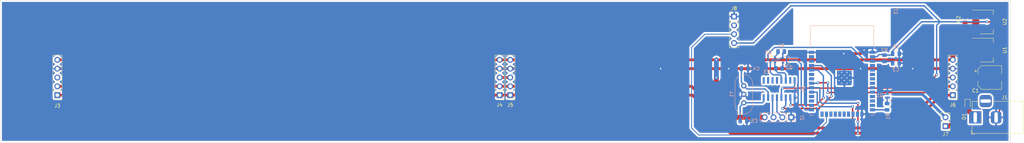
<source format=kicad_pcb>
(kicad_pcb (version 20211014) (generator pcbnew)
  (title_block (title "Display_Led") (date "2022-08-20") (rev "1"))
  (layers (0 "F.Cu" signal) (31 "B.Cu" signal) (34 "B.Paste" user) (35 "F.Paste" user) (36 "B.SilkS" user "B.Silkscreen") (37 "F.SilkS" user "F.Silkscreen") (38 "B.Mask" user) (39 "F.Mask" user) (44 "Edge.Cuts" user))
  (net 0 "")
  (net 1 "Net-(Q1-Pad1)")
  (net 2 "+3.3V")
  (net 9 "Earth")
  (net 10 "12v")
  (net 11 "+5V")
  (net 12 "RST")
  (net 13 "Net-(D1-Pad2)")
  (net 14 "RX")
  (net 15 "TX")
  (net 16 "DATA")
  (net 21 "Net-(R1-Pad1)")
  (net 22 "EN")
  (net 23 "Net-(Q2-Pad1)")
  (net 24 "DTR")
  (net 25 "Net-(Q3-Pad1)")
  (net 33 "SPI_CS")
  (net 34 "SPI_CLK")
  (net 35 "SPI_DO")
  (net 37 "100")
  (net 45 "D+")
  (net 46 "D-")
  (net 47 "Net-(C4-Pad1)")
  (net 48 "Net-(C5-Pad1)")
  (net 51 "Net-(J4-Pad3)")
  (net 52 "Net-(J7-Pad2)")
  (footprint "Package_TO_SOT_SMD:SOT-223" (layer "F.Cu") (at 346.106 128.27)
    (fp_text reference "U1" (at 5.176 0 90) (layer "F.SilkS"))
    (fp_text value "LM7805")
    (fp_line (start 1.91 3.41) (end 1.91 2.15) (layer "F.SilkS") (width 0.12))
    (fp_line (start 1.91 -3.41) (end 1.91 -2.15) (layer "F.SilkS") (width 0.12))
    (fp_line (start -1.85 3.41) (end 1.91 3.41) (layer "F.SilkS") (width 0.12))
    (fp_line (start -4.1 -3.41) (end 1.91 -3.41) (layer "F.SilkS") (width 0.12))
    (pad "1" smd rect (at -3.15 -2.3) (size 2 1.5) (layers "F.Cu" "F.Paste" "F.Mask") (net 10 "12v"))
    (pad "2" smd rect (at -3.15 0) (size 2 1.5) (layers "F.Cu" "F.Paste" "F.Mask") (net 9 "Earth"))
    (pad "3" smd rect (at -3.15 2.3) (size 2 1.5) (layers "F.Cu" "F.Paste" "F.Mask") (net 11 "+5V"))
    (pad "4" smd rect (at 3.15 0) (size 2 3.8) (layers "F.Cu" "F.Paste" "F.Mask"))
  )
  (footprint "Capacitor_SMD:C_0805_2012Metric" (layer "F.Cu") (at 339.852 119.38 90)
    (fp_text reference "C2" (at -0.02 -1.85 90) (layer "F.SilkS"))
    (fp_text value "470pf" hide)
    (fp_line (start -0.261252 -0.735) (end 0.261252 -0.735) (layer "F.SilkS") (width 0.12))
    (fp_line (start -0.261252 0.735) (end 0.261252 0.735) (layer "F.SilkS") (width 0.12))
    (pad "1" smd roundrect (at -0.95 0 90) (size 1 1.45) (layers "F.Cu" "F.Paste" "F.Mask") (net 2 "+3.3V"))
    (pad "2" smd roundrect (at 0.95 0 90) (size 1 1.45) (layers "F.Cu" "F.Paste" "F.Mask") (net 9 "Earth"))
  )
  (footprint "Capacitor_SMD:CP_Elec_6.3x5.4" (layer "F.Cu") (at 346.964 136.144)
    (fp_text reference "C1" (at -4.08 3.78) (layer "F.SilkS"))
    (fp_text value "100uf 25v")
    (fp_line (start -3.41 2.345563) (end -3.41 1.06) (layer "F.SilkS") (width 0.12))
    (fp_line (start -3.41 2.345563) (end -2.345563 3.41) (layer "F.SilkS") (width 0.12))
    (fp_line (start -2.345563 -3.41) (end 3.41 -3.41) (layer "F.SilkS") (width 0.12))
    (fp_line (start -4.04375 -2.24125) (end -4.04375 -1.45375) (layer "F.SilkS") (width 0.12))
    (fp_line (start -3.41 -2.345563) (end -2.345563 -3.41) (layer "F.SilkS") (width 0.12))
    (fp_line (start -3.41 -2.345563) (end -3.41 -1.06) (layer "F.SilkS") (width 0.12))
    (fp_line (start -4.4375 -1.8475) (end -3.65 -1.8475) (layer "F.SilkS") (width 0.12))
    (fp_line (start 3.41 -3.41) (end 3.41 -1.06) (layer "F.SilkS") (width 0.12))
    (fp_line (start 3.41 3.41) (end 3.41 1.06) (layer "F.SilkS") (width 0.12))
    (fp_line (start -2.345563 3.41) (end 3.41 3.41) (layer "F.SilkS") (width 0.12))
    (pad "1" smd roundrect (at -2.8 0) (size 3.5 1.6) (layers "F.Cu" "F.Paste" "F.Mask") (roundrect_rratio 0.15625) (net 10 "12v"))
    (pad "2" smd roundrect (at 2.8 0) (size 3.5 1.6) (layers "F.Cu" "F.Paste" "F.Mask") (roundrect_rratio 0.15625) (net 9 "Earth"))
  )
  (footprint "Package_TO_SOT_SMD:SOT-223-3_TabPin2" (layer "F.Cu") (at 346.106 120.202)
    (fp_text reference "U2" (at 5.176 -0.06 90) (layer "F.SilkS"))
    (fp_text value "AMS1117-3.3")
    (fp_line (start 1.91 3.41) (end 1.91 2.15) (layer "F.SilkS") (width 0.12))
    (fp_line (start -1.85 3.41) (end 1.91 3.41) (layer "F.SilkS") (width 0.12))
    (fp_line (start -4.1 -3.41) (end 1.91 -3.41) (layer "F.SilkS") (width 0.12))
    (fp_line (start 1.91 -3.41) (end 1.91 -2.15) (layer "F.SilkS") (width 0.12))
    (pad "1" smd rect (at -3.15 -2.3) (size 2 1.5) (layers "F.Cu" "F.Paste" "F.Mask") (net 9 "Earth"))
    (pad "2" smd rect (at 3.15 0) (size 2 3.8) (layers "F.Cu" "F.Paste" "F.Mask") (net 2 "+3.3V"))
    (pad "2" smd rect (at -3.15 0) (size 2 1.5) (layers "F.Cu" "F.Paste" "F.Mask") (net 2 "+3.3V"))
    (pad "3" smd rect (at -3.15 2.3) (size 2 1.5) (layers "F.Cu" "F.Paste" "F.Mask") (net 11 "+5V"))
  )
  (footprint "Connector_PinHeader_2.54mm:PinHeader_1x04_P2.54mm_Vertical" (layer "F.Cu") (at 273.558 118.628)
    (fp_text reference "J8" (at 0 -2.33) (layer "F.SilkS"))
    (fp_text value "Conn_01x04")
    (fp_line (start -1.33 1.27) (end 1.33 1.27) (layer "F.SilkS") (width 0.12))
    (fp_line (start 1.33 1.27) (end 1.33 8.95) (layer "F.SilkS") (width 0.12))
    (fp_line (start -1.33 0) (end -1.33 -1.33) (layer "F.SilkS") (width 0.12))
    (fp_line (start -1.33 8.95) (end 1.33 8.95) (layer "F.SilkS") (width 0.12))
    (fp_line (start -1.33 -1.33) (end 0 -1.33) (layer "F.SilkS") (width 0.12))
    (fp_line (start -1.33 1.27) (end -1.33 8.95) (layer "F.SilkS") (width 0.12))
    (pad "1" thru_hole rect (at 0 0) (size 1.7 1.7) (drill 1) (layers *.Cu *.Mask) (net 9 "Earth"))
    (pad "2" thru_hole oval (at 0 2.54) (size 1.7 1.7) (drill 1) (layers *.Cu *.Mask))
    (pad "3" thru_hole oval (at 0 5.08) (size 1.7 1.7) (drill 1) (layers *.Cu *.Mask) (net 16 "DATA"))
    (pad "4" thru_hole oval (at 0 7.62) (size 1.7 1.7) (drill 1) (layers *.Cu *.Mask) (net 2 "+3.3V"))
  )
  (footprint "Connector_PinHeader_2.54mm:PinHeader_1x05_P2.54mm_Vertical" (layer "F.Cu") (at 79.248 141.219 180)
    (fp_text reference "J3" (at 0 -3.053) (layer "F.SilkS"))
    (fp_text value "Conn_01x05")
    (fp_line (start -1.33 -1.33) (end 0 -1.33) (layer "F.SilkS") (width 0.12))
    (fp_line (start -1.33 11.49) (end 1.33 11.49) (layer "F.SilkS") (width 0.12))
    (fp_line (start 1.33 1.27) (end 1.33 11.49) (layer "F.SilkS") (width 0.12))
    (fp_line (start -1.33 0) (end -1.33 -1.33) (layer "F.SilkS") (width 0.12))
    (fp_line (start -1.33 1.27) (end -1.33 11.49) (layer "F.SilkS") (width 0.12))
    (fp_line (start -1.33 1.27) (end 1.33 1.27) (layer "F.SilkS") (width 0.12))
    (pad "1" thru_hole rect (at 0 0 180) (size 1.7 1.7) (drill 1) (layers *.Cu *.Mask) (net 34 "SPI_CLK"))
    (pad "2" thru_hole oval (at 0 2.54 180) (size 1.7 1.7) (drill 1) (layers *.Cu *.Mask) (net 33 "SPI_CS"))
    (pad "3" thru_hole oval (at 0 5.08 180) (size 1.7 1.7) (drill 1) (layers *.Cu *.Mask))
    (pad "4" thru_hole oval (at 0 7.62 180) (size 1.7 1.7) (drill 1) (layers *.Cu *.Mask) (net 9 "Earth"))
    (pad "5" thru_hole oval (at 0 10.16 180) (size 1.7 1.7) (drill 1) (layers *.Cu *.Mask) (net 11 "+5V"))
  )
  (footprint "Connector_BarrelJack:BarrelJack_Horizontal" (layer "F.Cu") (at 342.8 147.6 180)
    (fp_text reference "J1" (at -8.45 5.75) (layer "F.SilkS"))
    (fp_text value "Jack-DC")
    (fp_line (start -13.8 4.6) (end -13.8 -4.6) (layer "F.SilkS") (width 0.12))
    (fp_line (start -13.8 -4.6) (end 0.9 -4.6) (layer "F.SilkS") (width 0.12))
    (fp_line (start -5 4.6) (end -13.8 4.6) (layer "F.SilkS") (width 0.12))
    (fp_line (start 0.9 4.6) (end -1 4.6) (layer "F.SilkS") (width 0.12))
    (fp_line (start 0.9 1.9) (end 0.9 4.6) (layer "F.SilkS") (width 0.12))
    (fp_line (start 0.9 -4.6) (end 0.9 -2) (layer "F.SilkS") (width 0.12))
    (fp_line (start 1.1 -3.75) (end 1.1 -4.8) (layer "F.SilkS") (width 0.12))
    (fp_line (start 0.05 -4.8) (end 1.1 -4.8) (layer "F.SilkS") (width 0.12))
    (pad "1" thru_hole rect (at 0 0 180) (size 3.5 3.5) (drill oval 1 3) (layers *.Cu *.Mask) (net 13 "Net-(D1-Pad2)"))
    (pad "2" thru_hole roundrect (at -6 0 180) (size 3 3.5) (drill oval 1 3) (layers *.Cu *.Mask) (net 9 "Earth"))
    (pad "3" thru_hole roundrect (at -3 4.7 180) (size 3.5 3.5) (drill oval 3 1) (layers *.Cu *.Mask))
  )
  (footprint "Connector_PinHeader_2.54mm:PinHeader_1x05_P2.54mm_Vertical" (layer "F.Cu") (at 206.248 141.219 180)
    (fp_text reference "J4" (at 0 -2.799) (layer "F.SilkS"))
    (fp_text value "Conn_01x05")
    (fp_line (start -1.33 1.27) (end 1.33 1.27) (layer "F.SilkS") (width 0.12))
    (fp_line (start -1.33 -1.33) (end 0 -1.33) (layer "F.SilkS") (width 0.12))
    (fp_line (start -1.33 0) (end -1.33 -1.33) (layer "F.SilkS") (width 0.12))
    (fp_line (start -1.33 11.49) (end 1.33 11.49) (layer "F.SilkS") (width 0.12))
    (fp_line (start 1.33 1.27) (end 1.33 11.49) (layer "F.SilkS") (width 0.12))
    (fp_line (start -1.33 1.27) (end -1.33 11.49) (layer "F.SilkS") (width 0.12))
    (pad "1" thru_hole rect (at 0 0 180) (size 1.7 1.7) (drill 1) (layers *.Cu *.Mask) (net 34 "SPI_CLK"))
    (pad "2" thru_hole oval (at 0 2.54 180) (size 1.7 1.7) (drill 1) (layers *.Cu *.Mask) (net 33 "SPI_CS"))
    (pad "3" thru_hole oval (at 0 5.08 180) (size 1.7 1.7) (drill 1) (layers *.Cu *.Mask) (net 51 "Net-(J4-Pad3)"))
    (pad "4" thru_hole oval (at 0 7.62 180) (size 1.7 1.7) (drill 1) (layers *.Cu *.Mask) (net 9 "Earth"))
    (pad "5" thru_hole oval (at 0 10.16 180) (size 1.7 1.7) (drill 1) (layers *.Cu *.Mask) (net 11 "+5V"))
  )
  (footprint "Connector_PinHeader_2.54mm:PinHeader_1x02_P2.54mm_Vertical" (layer "F.Cu") (at 334.264 150.119 180)
    (fp_text reference "J7" (at 0 -2.33) (layer "F.SilkS"))
    (fp_text value "Conn_01x02")
    (fp_line (start 1.33 1.27) (end 1.33 3.87) (layer "F.SilkS") (width 0.12))
    (fp_line (start -1.33 1.27) (end -1.33 3.87) (layer "F.SilkS") (width 0.12))
    (fp_line (start -1.33 1.27) (end 1.33 1.27) (layer "F.SilkS") (width 0.12))
    (fp_line (start -1.33 -1.33) (end 0 -1.33) (layer "F.SilkS") (width 0.12))
    (fp_line (start -1.33 3.87) (end 1.33 3.87) (layer "F.SilkS") (width 0.12))
    (fp_line (start -1.33 0) (end -1.33 -1.33) (layer "F.SilkS") (width 0.12))
    (pad "1" thru_hole rect (at 0 0 180) (size 1.7 1.7) (drill 1) (layers *.Cu *.Mask) (net 10 "12v"))
    (pad "2" thru_hole oval (at 0 2.54 180) (size 1.7 1.7) (drill 1) (layers *.Cu *.Mask) (net 52 "Net-(J7-Pad2)"))
  )
  (footprint "Connector_PinHeader_2.54mm:PinHeader_1x05_P2.54mm_Vertical" (layer "F.Cu") (at 336.36 141.219 180)
    (fp_text reference "J6" (at 0 -2.799) (layer "F.SilkS"))
    (fp_text value "Conn_01x05")
    (fp_line (start 1.33 1.27) (end 1.33 11.49) (layer "F.SilkS") (width 0.12))
    (fp_line (start -1.33 0) (end -1.33 -1.33) (layer "F.SilkS") (width 0.12))
    (fp_line (start -1.33 -1.33) (end 0 -1.33) (layer "F.SilkS") (width 0.12))
    (fp_line (start -1.33 1.27) (end -1.33 11.49) (layer "F.SilkS") (width 0.12))
    (fp_line (start -1.33 1.27) (end 1.33 1.27) (layer "F.SilkS") (width 0.12))
    (fp_line (start -1.33 11.49) (end 1.33 11.49) (layer "F.SilkS") (width 0.12))
    (pad "1" thru_hole rect (at 0 0 180) (size 1.7 1.7) (drill 1) (layers *.Cu *.Mask) (net 34 "SPI_CLK"))
    (pad "2" thru_hole oval (at 0 2.54 180) (size 1.7 1.7) (drill 1) (layers *.Cu *.Mask) (net 33 "SPI_CS"))
    (pad "3" thru_hole oval (at 0 5.08 180) (size 1.7 1.7) (drill 1) (layers *.Cu *.Mask) (net 35 "SPI_DO"))
    (pad "4" thru_hole oval (at 0 7.62 180) (size 1.7 1.7) (drill 1) (layers *.Cu *.Mask) (net 9 "Earth"))
    (pad "5" thru_hole oval (at 0 10.16 180) (size 1.7 1.7) (drill 1) (layers *.Cu *.Mask) (net 11 "+5V"))
  )
  (footprint "Connector_PinHeader_2.54mm:PinHeader_1x05_P2.54mm_Vertical" (layer "F.Cu") (at 209.296 141.219 180)
    (fp_text reference "J5" (at 0 -2.799) (layer "F.SilkS"))
    (fp_text value "Conn_01x05")
    (fp_line (start -1.33 1.27) (end 1.33 1.27) (layer "F.SilkS") (width 0.12))
    (fp_line (start -1.33 11.49) (end 1.33 11.49) (layer "F.SilkS") (width 0.12))
    (fp_line (start -1.33 -1.33) (end 0 -1.33) (layer "F.SilkS") (width 0.12))
    (fp_line (start 1.33 1.27) (end 1.33 11.49) (layer "F.SilkS") (width 0.12))
    (fp_line (start -1.33 0) (end -1.33 -1.33) (layer "F.SilkS") (width 0.12))
    (fp_line (start -1.33 1.27) (end -1.33 11.49) (layer "F.SilkS") (width 0.12))
    (pad "1" thru_hole rect (at 0 0 180) (size 1.7 1.7) (drill 1) (layers *.Cu *.Mask) (net 34 "SPI_CLK"))
    (pad "2" thru_hole oval (at 0 2.54 180) (size 1.7 1.7) (drill 1) (layers *.Cu *.Mask) (net 33 "SPI_CS"))
    (pad "3" thru_hole oval (at 0 5.08 180) (size 1.7 1.7) (drill 1) (layers *.Cu *.Mask) (net 51 "Net-(J4-Pad3)"))
    (pad "4" thru_hole oval (at 0 7.62 180) (size 1.7 1.7) (drill 1) (layers *.Cu *.Mask) (net 9 "Earth"))
    (pad "5" thru_hole oval (at 0 10.16 180) (size 1.7 1.7) (drill 1) (layers *.Cu *.Mask) (net 11 "+5V"))
  )
  (footprint "Diode_SMD:D_MicroMELF" (layer "F.Cu") (at 340.614 143.764 -90)
    (fp_text reference "D1" (at 3.556 1.016 90) (layer "F.SilkS"))
    (fp_text value "1N4007")
    (fp_line (start -1.36 -0.78) (end -1.36 0.78) (layer "F.SilkS") (width 0.12))
    (fp_line (start 0.8 -0.78) (end -1.36 -0.78) (layer "F.SilkS") (width 0.12))
    (fp_line (start -1.36 0.78) (end 0.8 0.78) (layer "F.SilkS") (width 0.12))
    (pad "1" smd rect (at -0.8 0 270) (size 0.8 1.2) (layers "F.Cu" "F.Paste" "F.Mask") (net 10 "12v"))
    (pad "2" smd rect (at 0.8 0 270) (size 0.8 1.2) (layers "F.Cu" "F.Paste" "F.Mask") (net 13 "Net-(D1-Pad2)"))
  )
  (footprint "Resistor_SMD:R_0805_2012Metric" (layer "B.Cu") (at 316.748 130.618 90)
    (fp_text reference "R2" (at 2.348 -0.01) (layer "B.SilkS") (effects (justify mirror)))
    (fp_text value "10k")
    (fp_line (start -0.227064 -0.735) (end 0.227064 -0.735) (layer "B.SilkS") (width 0.12))
    (fp_line (start -0.227064 0.735) (end 0.227064 0.735) (layer "B.SilkS") (width 0.12))
    (pad "1" smd roundrect (at -0.9125 0 90) (size 1.025 1.4) (layers "B.Cu" "B.Paste" "B.Mask") (roundrect_rratio 0.243902439) (net 22 "EN"))
    (pad "2" smd roundrect (at 0.9125 0 90) (size 1.025 1.4) (layers "B.Cu" "B.Paste" "B.Mask") (roundrect_rratio 0.243902439) (net 2 "+3.3V"))
  )
  (footprint "Capacitor_SMD:C_0805_2012Metric" (layer "B.Cu") (at 276.606 133.604)
    (fp_text reference "C4" (at 3.302 0) (layer "B.SilkS") (effects (justify mirror)))
    (fp_text value "0,01pf")
    (fp_line (start -0.261252 0.735) (end 0.261252 0.735) (layer "B.SilkS") (width 0.12))
    (fp_line (start -0.261252 -0.735) (end 0.261252 -0.735) (layer "B.SilkS") (width 0.12))
    (pad "1" smd roundrect (at -0.95 0) (size 1 1.45) (layers "B.Cu" "B.Paste" "B.Mask") (net 47 "Net-(C4-Pad1)"))
    (pad "2" smd roundrect (at 0.95 0) (size 1 1.45) (layers "B.Cu" "B.Paste" "B.Mask") (net 9 "Earth"))
  )
  (footprint "Crystal:Crystal_HC49-U-3Pin_Vertical" (layer "B.Cu") (at 276.352 138.52 -90)
    (fp_text reference "Y1" (at 2.44 3.525 90) (layer "B.SilkS") (effects (justify mirror)))
    (fp_text value "Crystal_GND2_Small")
    (fp_line (start -0.685 2.525) (end 5.565 2.525) (layer "B.SilkS") (width 0.12))
    (fp_line (start -0.685 -2.525) (end 5.565 -2.525) (layer "B.SilkS") (width 0.12))
    (fp_arc (start 5.565 -2.525) (mid 8.09 0) (end 5.565 2.525) (layer "B.SilkS") (width 0.12))
    (fp_arc (start -0.685 2.525) (mid -3.21 0) (end -0.685 -2.525) (layer "B.SilkS") (width 0.12))
    (pad "1" thru_hole circle (at 0 0 270) (size 1.5 1.5) (drill 0.8) (layers *.Cu *.Mask) (net 47 "Net-(C4-Pad1)"))
    (pad "2" thru_hole circle (at 2.44 0 270) (size 1.5 1.5) (drill 0.8) (layers *.Cu *.Mask) (net 9 "Earth"))
    (pad "3" thru_hole circle (at 4.88 0 270) (size 1.5 1.5) (drill 0.8) (layers *.Cu *.Mask) (net 48 "Net-(C5-Pad1)"))
  )
  (footprint "Connector_PinHeader_2.54mm:PinHeader_1x04_P2.54mm_Vertical" (layer "B.Cu") (at 289.972 147.574 90)
    (fp_text reference "J2" (at 0 3.144 90) (layer "B.SilkS") (effects (justify mirror)))
    (fp_text value "Conn_01x04")
    (fp_line (start 1.33 -1.27) (end 1.33 -8.95) (layer "B.SilkS") (width 0.12))
    (fp_line (start -1.33 -1.27) (end 1.33 -1.27) (layer "B.SilkS") (width 0.12))
    (fp_line (start -1.33 -1.27) (end -1.33 -8.95) (layer "B.SilkS") (width 0.12))
    (fp_line (start -1.33 0) (end -1.33 1.33) (layer "B.SilkS") (width 0.12))
    (fp_line (start -1.33 1.33) (end 0 1.33) (layer "B.SilkS") (width 0.12))
    (fp_line (start -1.33 -8.95) (end 1.33 -8.95) (layer "B.SilkS") (width 0.12))
    (pad "1" thru_hole rect (at 0 0 90) (size 1.7 1.7) (drill 1) (layers *.Cu *.Mask) (net 9 "Earth"))
    (pad "2" thru_hole oval (at 0 -2.54 90) (size 1.7 1.7) (drill 1) (layers *.Cu *.Mask) (net 45 "D+"))
    (pad "3" thru_hole oval (at 0 -5.08 90) (size 1.7 1.7) (drill 1) (layers *.Cu *.Mask) (net 46 "D-"))
    (pad "4" thru_hole oval (at 0 -7.62 90) (size 1.7 1.7) (drill 1) (layers *.Cu *.Mask) (net 11 "+5V"))
  )
  (footprint "Capacitor_SMD:C_0805_2012Metric" (layer "B.Cu") (at 276.266 148.624)
    (fp_text reference "C5" (at 3.134 -0.034) (layer "B.SilkS") (effects (justify mirror)))
    (fp_text value "0,01pf")
    (fp_line (start -0.261252 -0.735) (end 0.261252 -0.735) (layer "B.SilkS") (width 0.12))
    (fp_line (start -0.261252 0.735) (end 0.261252 0.735) (layer "B.SilkS") (width 0.12))
    (pad "1" smd roundrect (at -0.95 0) (size 1 1.45) (layers "B.Cu" "B.Paste" "B.Mask") (net 48 "Net-(C5-Pad1)"))
    (pad "2" smd roundrect (at 0.95 0) (size 1 1.45) (layers "B.Cu" "B.Paste" "B.Mask") (net 9 "Earth"))
  )
  (footprint "Package_TO_SOT_SMD:SOT-23" (layer "B.Cu") (at 318.516 140.97)
    (fp_text reference "Q1" (at -3.048 0.254) (layer "B.SilkS") (effects (justify mirror)))
    (fp_text value "BC848")
    (fp_line (start 0 1.56) (end 0.65 1.56) (layer "B.SilkS") (width 0.12))
    (fp_line (start 0 1.56) (end -1.675 1.56) (layer "B.SilkS") (width 0.12))
    (fp_line (start 0 -1.56) (end -0.65 -1.56) (layer "B.SilkS") (width 0.12))
    (fp_line (start 0 -1.56) (end 0.65 -1.56) (layer "B.SilkS") (width 0.12))
    (pad "1" smd roundrect (at -0.9375 0.95) (size 1.475 0.6) (layers "B.Cu" "B.Paste" "B.Mask") (net 1 "Net-(Q1-Pad1)"))
    (pad "2" smd roundrect (at -0.9375 -0.95) (size 1.475 0.6) (layers "B.Cu" "B.Paste" "B.Mask") (net 9 "Earth"))
    (pad "3" smd roundrect (at 0.9375 0) (size 1.475 0.6) (layers "B.Cu" "B.Paste" "B.Mask") (net 52 "Net-(J7-Pad2)"))
  )
  (footprint "Resistor_SMD:R_0805_2012Metric" (layer "B.Cu") (at 286.458 133.53)
    (fp_text reference "R3" (at -3.43 1.016 180) (layer "B.SilkS") (effects (justify mirror)))
    (fp_text value "10k")
    (fp_line (start -0.227064 0.735) (end 0.227064 0.735) (layer "B.SilkS") (width 0.12))
    (fp_line (start -0.227064 -0.735) (end 0.227064 -0.735) (layer "B.SilkS") (width 0.12))
    (pad "1" smd roundrect (at -0.9125 0) (size 1.025 1.4) (layers "B.Cu" "B.Paste" "B.Mask") (roundrect_rratio 0.243902439) (net 12 "RST"))
    (pad "2" smd roundrect (at 0.9125 0) (size 1.025 1.4) (layers "B.Cu" "B.Paste" "B.Mask") (roundrect_rratio 0.243902439) (net 23 "Net-(Q2-Pad1)"))
  )
  (footprint "Package_TO_SOT_SMD:SOT-323_SC-70" (layer "B.Cu") (at 284.298 131.116 180)
    (fp_text reference "Q3" (at 0.868 2.154) (layer "B.SilkS") (effects (justify mirror)))
    (fp_text value "2SC4213")
    (fp_line (start 0.73 1.16) (end 0.73 0.5) (layer "B.SilkS") (width 0.12))
    (fp_line (start 0.73 1.16) (end -1.3 1.16) (layer "B.SilkS") (width 0.12))
    (fp_line (start -0.68 -1.16) (end 0.73 -1.16) (layer "B.SilkS") (width 0.12))
    (fp_line (start 0.73 -0.5) (end 0.73 -1.16) (layer "B.SilkS") (width 0.12))
    (pad "1" smd rect (at -1 0.65 270) (size 0.45 0.7) (layers "B.Cu" "B.Paste" "B.Mask") (net 25 "Net-(Q3-Pad1)"))
    (pad "2" smd rect (at -1 -0.65 270) (size 0.45 0.7) (layers "B.Cu" "B.Paste" "B.Mask") (net 12 "RST"))
    (pad "3" smd rect (at 1 0 270) (size 0.45 0.7) (layers "B.Cu" "B.Paste" "B.Mask") (net 22 "EN"))
  )
  (footprint "Capacitor_SMD:C_0805_2012Metric" (layer "B.Cu") (at 320.04 129.286)
    (fp_text reference "C6" (at 0 -2.04) (layer "B.SilkS") (effects (justify mirror)))
    (fp_text value "0,01pf")
    (fp_line (start -0.261252 -0.735) (end 0.261252 -0.735) (layer "B.SilkS") (width 0.12))
    (fp_line (start -0.261252 0.735) (end 0.261252 0.735) (layer "B.SilkS") (width 0.12))
    (pad "1" smd roundrect (at -0.95 0) (size 1 1.45) (layers "B.Cu" "B.Paste" "B.Mask") (net 2 "+3.3V"))
    (pad "2" smd roundrect (at 0.95 0) (size 1 1.45) (layers "B.Cu" "B.Paste" "B.Mask") (net 9 "Earth"))
  )
  (footprint "Package_SO:SOIC-16_3.9x9.9mm_P1.27mm" (layer "B.Cu") (at 286.512 139.446 90)
    (fp_text reference "U4" (at 0 6.858 90) (layer "B.SilkS") (effects (justify mirror)))
    (fp_text value "CH340G")
    (fp_line (start 0 5.06) (end 1.95 5.06) (layer "B.SilkS") (width 0.12))
    (fp_line (start 0 -5.06) (end -1.95 -5.06) (layer "B.SilkS") (width 0.12))
    (fp_line (start 0 -5.06) (end 1.95 -5.06) (layer "B.SilkS") (width 0.12))
    (fp_line (start 0 5.06) (end -3.45 5.06) (layer "B.SilkS") (width 0.12))
    (pad "1" smd roundrect (at -2.475 4.445 90) (size 1.95 0.6) (layers "B.Cu" "B.Paste" "B.Mask") (net 9 "Earth"))
    (pad "2" smd roundrect (at -2.475 3.175 90) (size 1.95 0.6) (layers "B.Cu" "B.Paste" "B.Mask") (net 15 "TX"))
    (pad "3" smd roundrect (at -2.475 1.905 90) (size 1.95 0.6) (layers "B.Cu" "B.Paste" "B.Mask") (net 14 "RX"))
    (pad "4" smd roundrect (at -2.475 0.635 90) (size 1.95 0.6) (layers "B.Cu" "B.Paste" "B.Mask") (net 2 "+3.3V"))
    (pad "5" smd roundrect (at -2.475 -0.635 90) (size 1.95 0.6) (layers "B.Cu" "B.Paste" "B.Mask") (net 45 "D+"))
    (pad "6" smd roundrect (at -2.475 -1.905 90) (size 1.95 0.6) (layers "B.Cu" "B.Paste" "B.Mask") (net 46 "D-"))
    (pad "7" smd roundrect (at -2.475 -3.175 90) (size 1.95 0.6) (layers "B.Cu" "B.Paste" "B.Mask") (net 47 "Net-(C4-Pad1)"))
    (pad "8" smd roundrect (at -2.475 -4.445 90) (size 1.95 0.6) (layers "B.Cu" "B.Paste" "B.Mask") (net 48 "Net-(C5-Pad1)"))
    (pad "9" smd roundrect (at 2.475 -4.445 90) (size 1.95 0.6) (layers "B.Cu" "B.Paste" "B.Mask"))
    (pad "10" smd roundrect (at 2.475 -3.175 90) (size 1.95 0.6) (layers "B.Cu" "B.Paste" "B.Mask"))
    (pad "11" smd roundrect (at 2.475 -1.905 90) (size 1.95 0.6) (layers "B.Cu" "B.Paste" "B.Mask"))
    (pad "12" smd roundrect (at 2.475 -0.635 90) (size 1.95 0.6) (layers "B.Cu" "B.Paste" "B.Mask"))
    (pad "13" smd roundrect (at 2.475 0.635 90) (size 1.95 0.6) (layers "B.Cu" "B.Paste" "B.Mask") (net 24 "DTR"))
    (pad "14" smd roundrect (at 2.475 1.905 90) (size 1.95 0.6) (layers "B.Cu" "B.Paste" "B.Mask") (net 12 "RST"))
    (pad "15" smd roundrect (at 2.475 3.175 90) (size 1.95 0.6) (layers "B.Cu" "B.Paste" "B.Mask"))
    (pad "16" smd roundrect (at 2.475 4.445 90) (size 1.95 0.6) (layers "B.Cu" "B.Paste" "B.Mask") (net 2 "+3.3V"))
  )
  (footprint "RF_Module:ESP32-WROOM-32" (layer "B.Cu") (at 304.546 137.16 180)
    (fp_text reference "U3" (at -15.444 20.209 90) (layer "B.SilkS") (effects (justify mirror)))
    (fp_text value "ESP32-WROOM-32")
    (fp_line (start 9.12 15.86) (end 9.12 9.445) (layer "B.SilkS") (width 0.12))
    (fp_line (start -9.12 9.445) (end -9.5 9.445) (layer "B.SilkS") (width 0.12))
    (fp_line (start -9.12 15.86) (end -9.12 9.445) (layer "B.SilkS") (width 0.12))
    (fp_line (start -9.12 -9.88) (end -8.12 -9.88) (layer "B.SilkS") (width 0.12))
    (fp_line (start -9.12 15.86) (end 9.12 15.86) (layer "B.SilkS") (width 0.12))
    (fp_line (start 9.12 -9.88) (end 8.12 -9.88) (layer "B.SilkS") (width 0.12))
    (fp_line (start -9.12 -9.1) (end -9.12 -9.88) (layer "B.SilkS") (width 0.12))
    (fp_line (start 9.12 -9.1) (end 9.12 -9.88) (layer "B.SilkS") (width 0.12))
    (pad "1" smd rect (at -8.75 8.25 180) (size 1.5 0.9) (layers "B.Cu" "B.Paste" "B.Mask") (net 9 "Earth"))
    (pad "2" smd rect (at -8.75 6.98 180) (size 1.5 0.9) (layers "B.Cu" "B.Paste" "B.Mask") (net 2 "+3.3V"))
    (pad "3" smd rect (at -8.75 5.71 180) (size 1.5 0.9) (layers "B.Cu" "B.Paste" "B.Mask") (net 22 "EN"))
    (pad "4" smd rect (at -8.75 4.44 180) (size 1.5 0.9) (layers "B.Cu" "B.Paste" "B.Mask"))
    (pad "5" smd rect (at -8.75 3.17 180) (size 1.5 0.9) (layers "B.Cu" "B.Paste" "B.Mask"))
    (pad "6" smd rect (at -8.75 1.9 180) (size 1.5 0.9) (layers "B.Cu" "B.Paste" "B.Mask"))
    (pad "7" smd rect (at -8.75 0.63 180) (size 1.5 0.9) (layers "B.Cu" "B.Paste" "B.Mask"))
    (pad "8" smd rect (at -8.75 -0.64 180) (size 1.5 0.9) (layers "B.Cu" "B.Paste" "B.Mask"))
    (pad "9" smd rect (at -8.75 -1.91 180) (size 1.5 0.9) (layers "B.Cu" "B.Paste" "B.Mask"))
    (pad "10" smd rect (at -8.75 -3.18 180) (size 1.5 0.9) (layers "B.Cu" "B.Paste" "B.Mask"))
    (pad "11" smd rect (at -8.75 -4.45 180) (size 1.5 0.9) (layers "B.Cu" "B.Paste" "B.Mask"))
    (pad "12" smd rect (at -8.75 -5.72 180) (size 1.5 0.9) (layers "B.Cu" "B.Paste" "B.Mask"))
    (pad "13" smd rect (at -8.75 -6.99 180) (size 1.5 0.9) (layers "B.Cu" "B.Paste" "B.Mask"))
    (pad "14" smd rect (at -8.75 -8.26 180) (size 1.5 0.9) (layers "B.Cu" "B.Paste" "B.Mask") (net 21 "Net-(R1-Pad1)"))
    (pad "15" smd rect (at -5.71 -9.51 90) (size 1.5 0.9) (layers "B.Cu" "B.Paste" "B.Mask") (net 9 "Earth"))
    (pad "16" smd rect (at -4.44 -9.51 90) (size 1.5 0.9) (layers "B.Cu" "B.Paste" "B.Mask"))
    (pad "17" smd rect (at -3.17 -9.51 90) (size 1.5 0.9) (layers "B.Cu" "B.Paste" "B.Mask"))
    (pad "18" smd rect (at -1.9 -9.51 90) (size 1.5 0.9) (layers "B.Cu" "B.Paste" "B.Mask"))
    (pad "19" smd rect (at -0.63 -9.51 90) (size 1.5 0.9) (layers "B.Cu" "B.Paste" "B.Mask"))
    (pad "20" smd rect (at 0.64 -9.51 90) (size 1.5 0.9) (layers "B.Cu" "B.Paste" "B.Mask"))
    (pad "21" smd rect (at 1.91 -9.51 90) (size 1.5 0.9) (layers "B.Cu" "B.Paste" "B.Mask"))
    (pad "22" smd rect (at 3.18 -9.51 90) (size 1.5 0.9) (layers "B.Cu" "B.Paste" "B.Mask"))
    (pad "23" smd rect (at 4.45 -9.51 90) (size 1.5 0.9) (layers "B.Cu" "B.Paste" "B.Mask") (net 16 "DATA"))
    (pad "24" smd rect (at 5.72 -9.51 90) (size 1.5 0.9) (layers "B.Cu" "B.Paste" "B.Mask"))
    (pad "25" smd rect (at 8.75 -8.26 180) (size 1.5 0.9) (layers "B.Cu" "B.Paste" "B.Mask") (net 37 "100"))
    (pad "26" smd rect (at 8.75 -6.99 180) (size 1.5 0.9) (layers "B.Cu" "B.Paste" "B.Mask"))
    (pad "27" smd rect (at 8.75 -5.72 180) (size 1.5 0.9) (layers "B.Cu" "B.Paste" "B.Mask"))
    (pad "28" smd rect (at 8.75 -4.45 180) (size 1.5 0.9) (layers "B.Cu" "B.Paste" "B.Mask"))
    (pad "29" smd rect (at 8.75 -3.18 180) (size 1.5 0.9) (layers "B.Cu" "B.Paste" "B.Mask") (net 33 "SPI_CS"))
    (pad "30" smd rect (at 8.75 -1.91 180) (size 1.5 0.9) (layers "B.Cu" "B.Paste" "B.Mask") (net 34 "SPI_CLK"))
    (pad "31" smd rect (at 8.75 -0.64 180) (size 1.5 0.9) (layers "B.Cu" "B.Paste" "B.Mask") (net 35 "SPI_DO"))
    (pad "32" smd rect (at 8.75 0.63 180) (size 1.5 0.9) (layers "B.Cu" "B.Paste" "B.Mask"))
    (pad "33" smd rect (at 8.75 1.9 180) (size 1.5 0.9) (layers "B.Cu" "B.Paste" "B.Mask"))
    (pad "34" smd rect (at 8.75 3.17 180) (size 1.5 0.9) (layers "B.Cu" "B.Paste" "B.Mask") (net 15 "TX"))
    (pad "35" smd rect (at 8.75 4.44 180) (size 1.5 0.9) (layers "B.Cu" "B.Paste" "B.Mask") (net 14 "RX"))
    (pad "36" smd rect (at 8.75 5.71 180) (size 1.5 0.9) (layers "B.Cu" "B.Paste" "B.Mask"))
    (pad "37" smd rect (at 8.75 6.98 180) (size 1.5 0.9) (layers "B.Cu" "B.Paste" "B.Mask"))
    (pad "38" smd rect (at 8.75 8.25 180) (size 1.5 0.9) (layers "B.Cu" "B.Paste" "B.Mask") (net 9 "Earth"))
    (pad "39" thru_hole circle (at 0.845 0.1475 180) (size 0.475 0.475) (drill 0.3) (layers *.Cu "B.Mask") (net 9 "Earth"))
    (pad "39" thru_hole circle (at 0.0825 2.435 180) (size 0.475 0.475) (drill 0.3) (layers *.Cu "B.Mask") (net 9 "Earth"))
    (pad "39" smd rect (at -0.68 2.435 180) (size 1.05 1.05) (layers "B.Cu" "B.Paste") (net 9 "Earth"))
    (pad "39" smd rect (at -2.205 0.91 180) (size 1.05 1.05) (layers "B.Cu" "B.Paste") (net 9 "Earth"))
    (pad "39" smd rect (at -0.68 0.91 180) (size 4.2 4.2) (layers "B.Cu" "B.Mask") (net 9 "Earth"))
    (pad "39" thru_hole circle (at -1.4425 -0.615 180) (size 0.475 0.475) (drill 0.3) (layers *.Cu "B.Mask") (net 9 "Earth"))
    (pad "39" smd rect (at -0.68 -0.615 180) (size 1.05 1.05) (layers "B.Cu" "B.Paste") (net 9 "Earth"))
    (pad "39" smd rect (at 0.845 -0.615 180) (size 1.05 1.05) (layers "B.Cu" "B.Paste") (net 9 "Earth"))
    (pad "39" smd rect (at -2.205 2.435 180) (size 1.05 1.05) (layers "B.Cu" "B.Paste") (net 9 "Earth"))
    (pad "39" thru_hole circle (at -0.68 1.6725 180) (size 0.475 0.475) (drill 0.3) (layers *.Cu "B.Mask") (net 9 "Earth"))
    (pad "39" thru_hole circle (at -1.4425 0.91 180) (size 0.475 0.475) (drill 0.3) (layers *.Cu "B.Mask") (net 9 "Earth"))
    (pad "39" thru_hole circle (at -2.205 0.1475 180) (size 0.475 0.475) (drill 0.3) (layers *.Cu "B.Mask") (net 9 "Earth"))
    (pad "39" thru_hole circle (at -0.68 0.1475 180) (size 0.475 0.475) (drill 0.3) (layers *.Cu "B.Mask") (net 9 "Earth"))
    (pad "39" thru_hole circle (at 0.845 1.6725 180) (size 0.475 0.475) (drill 0.3) (layers *.Cu "B.Mask") (net 9 "Earth"))
    (pad "39" smd rect (at 0.845 2.435 180) (size 1.05 1.05) (layers "B.Cu" "B.Paste") (net 9 "Earth"))
    (pad "39" smd rect (at -0.68 0.91 180) (size 1.05 1.05) (layers "B.Cu" "B.Paste") (net 9 "Earth"))
    (pad "39" thru_hole circle (at -2.205 1.6725 180) (size 0.475 0.475) (drill 0.3) (layers *.Cu "B.Mask") (net 9 "Earth"))
    (pad "39" thru_hole circle (at -1.4425 2.435 180) (size 0.475 0.475) (drill 0.3) (layers *.Cu "B.Mask") (net 9 "Earth"))
    (pad "39" smd rect (at 0.845 0.91 180) (size 1.05 1.05) (layers "B.Cu" "B.Paste") (net 9 "Earth"))
    (pad "39" thru_hole circle (at 0.0825 -0.615 180) (size 0.475 0.475) (drill 0.3) (layers *.Cu "B.Mask") (net 9 "Earth"))
    (pad "39" thru_hole circle (at 0.0825 0.91 180) (size 0.475 0.475) (drill 0.3) (layers *.Cu "B.Mask") (net 9 "Earth"))
    (pad "39" smd rect (at -2.205 -0.615 180) (size 1.05 1.05) (layers "B.Cu" "B.Paste") (net 9 "Earth"))
    (zone (net 0) (net_name "") (layers *.Cu) (connect_pads (clearance 0)) (min_thickness 0.254)
      (keepout (tracks not_allowed) (vias not_allowed) (pads not_allowed) (copperpour not_allowed) (footprints not_allowed))
      (fill (thermal_gap 0.508) (thermal_bridge_width 0.508))
      (polygon (pts (xy 318.546 127.19) (xy 290.546 127.19) (xy 290.546 116.41) (xy 318.546 116.41)))
    )
  )
  (footprint "Resistor_SMD:R_0805_2012Metric" (layer "B.Cu") (at 287.092 128.704 180)
    (fp_text reference "R4" (at 0 1.65) (layer "B.SilkS") (effects (justify mirror)))
    (fp_text value "10k")
    (fp_line (start -0.227064 -0.735) (end 0.227064 -0.735) (layer "B.SilkS") (width 0.12))
    (fp_line (start -0.227064 0.735) (end 0.227064 0.735) (layer "B.SilkS") (width 0.12))
    (pad "1" smd roundrect (at -0.9125 0 180) (size 1.025 1.4) (layers "B.Cu" "B.Paste" "B.Mask") (roundrect_rratio 0.243902439) (net 24 "DTR"))
    (pad "2" smd roundrect (at 0.9125 0 180) (size 1.025 1.4) (layers "B.Cu" "B.Paste" "B.Mask") (roundrect_rratio 0.243902439) (net 25 "Net-(Q3-Pad1)"))
  )
  (footprint "Capacitor_SMD:C_0805_2012Metric" (layer "B.Cu") (at 320.03 132.01)
    (fp_text reference "C3" (at 0.01 1.848) (layer "B.SilkS") (effects (justify mirror)))
    (fp_text value "0,01pf")
    (fp_line (start -0.261252 -0.735) (end 0.261252 -0.735) (layer "B.SilkS") (width 0.12))
    (fp_line (start -0.261252 0.735) (end 0.261252 0.735) (layer "B.SilkS") (width 0.12))
    (pad "1" smd roundrect (at -0.95 0) (size 1 1.45) (layers "B.Cu" "B.Paste" "B.Mask") (net 22 "EN"))
    (pad "2" smd roundrect (at 0.95 0) (size 1 1.45) (layers "B.Cu" "B.Paste" "B.Mask") (net 9 "Earth"))
  )
  (footprint "Package_TO_SOT_SMD:SOT-323_SC-70" (layer "B.Cu") (at 288.616 131.206)
    (fp_text reference "Q2" (at 0.762 2.07) (layer "B.SilkS") (effects (justify mirror)))
    (fp_text value "2SC4213")
    (fp_line (start -0.68 -1.16) (end 0.73 -1.16) (layer "B.SilkS") (width 0.12))
    (fp_line (start 0.73 -0.5) (end 0.73 -1.16) (layer "B.SilkS") (width 0.12))
    (fp_line (start 0.73 1.16) (end 0.73 0.5) (layer "B.SilkS") (width 0.12))
    (fp_line (start 0.73 1.16) (end -1.3 1.16) (layer "B.SilkS") (width 0.12))
    (pad "1" smd rect (at -1 0.65 90) (size 0.45 0.7) (layers "B.Cu" "B.Paste" "B.Mask") (net 23 "Net-(Q2-Pad1)"))
    (pad "2" smd rect (at -1 -0.65 90) (size 0.45 0.7) (layers "B.Cu" "B.Paste" "B.Mask") (net 24 "DTR"))
    (pad "3" smd rect (at 1 0 90) (size 0.45 0.7) (layers "B.Cu" "B.Paste" "B.Mask") (net 37 "100"))
  )
  (footprint "Resistor_SMD:R_0805_2012Metric" (layer "B.Cu") (at 317.5 144.526 90)
    (fp_text reference "R1" (at -2.794 0.254 270) (layer "B.SilkS") (effects (justify mirror)))
    (fp_text value "1k")
    (fp_line (start -0.227064 0.735) (end 0.227064 0.735) (layer "B.SilkS") (width 0.12))
    (fp_line (start -0.227064 -0.735) (end 0.227064 -0.735) (layer "B.SilkS") (width 0.12))
    (pad "1" smd roundrect (at -0.9125 0 90) (size 1.025 1.4) (layers "B.Cu" "B.Paste" "B.Mask") (roundrect_rratio 0.243902439) (net 21 "Net-(R1-Pad1)"))
    (pad "2" smd roundrect (at 0.9125 0 90) (size 1.025 1.4) (layers "B.Cu" "B.Paste" "B.Mask") (roundrect_rratio 0.243902439) (net 1 "Net-(Q1-Pad1)"))
  )
  (gr_rect (start 352.86 113.94) (end 62.83 154.85) (layer "Edge.Cuts") (width 0.1) (fill none))
  (segment (start 317.5 143.6135) (end 317.5 141.9985) (width 0.4) (layer "B.Cu") (net 1))
  (segment (start 317.5 141.9985) (end 317.5785 141.92) (width 0.4) (layer "B.Cu") (net 1))
  (segment (start 287.528 139.192) (end 327.914 139.192) (width 0.4) (layer "F.Cu") (net 2))
  (segment (start 342.828 120.33) (end 342.956 120.202) (width 0.4) (layer "F.Cu") (net 2))
  (segment (start 339.852 120.33) (end 342.828 120.33) (width 0.4) (layer "F.Cu") (net 2))
  (segment (start 342.956 120.202) (end 349.256 120.202) (width 0.4) (layer "F.Cu") (net 2))
  (segment (start 327.914 139.192) (end 331.724 135.382) (width 0.4) (layer "F.Cu") (net 2))
  (via (at 331.724 135.382) (size 0.8) (drill 0.4) (layers "F.Cu" "B.Cu") (net 2))
  (via (at 287.528 139.192) (size 0.8) (drill 0.4) (layers "F.Cu" "B.Cu") (net 2))
  (via (at 346.202 120.142) (size 0.8) (drill 0.4) (layers "F.Cu" "B.Cu") (net 2))
  (segment (start 315.214 129.54) (end 316.5825 129.54) (width 0.4) (layer "B.Cu") (net 2))
  (segment (start 290.576 138.938) (end 290.957 138.557) (width 0.4) (layer "B.Cu") (net 2))
  (segment (start 332.74 120.142) (end 346.202 120.142) (width 0.4) (layer "B.Cu") (net 2))
  (segment (start 287.147 141.921) (end 287.147 139.573) (width 0.4) (layer "B.Cu") (net 2))
  (segment (start 279.136 126.248) (end 273.558 126.248) (width 0.4) (layer "B.Cu") (net 2))
  (segment (start 314.574 130.18) (end 315.214 129.54) (width 0.4) (layer "B.Cu") (net 2))
  (segment (start 331.724 135.382) (end 331.724 121.158) (width 0.4) (layer "B.Cu") (net 2))
  (segment (start 316.748 129.7055) (end 318.9245 129.7055) (width 0.4) (layer "B.Cu") (net 2))
  (segment (start 318.9245 129.7055) (end 319.09 129.54) (width 0.4) (layer "B.Cu") (net 2))
  (segment (start 328.168 115.57) (end 289.814 115.57) (width 0.4) (layer "B.Cu") (net 2))
  (segment (start 287.782 138.938) (end 290.576 138.938) (width 0.4) (layer "B.Cu") (net 2))
  (segment (start 313.296 130.18) (end 314.574 130.18) (width 0.4) (layer "B.Cu") (net 2))
  (segment (start 320.294 127.254) (end 327.406 120.142) (width 0.4) (layer "B.Cu") (net 2))
  (segment (start 319.09 128.458) (end 320.294 127.254) (width 0.4) (layer "B.Cu") (net 2))
  (segment (start 289.814 115.57) (end 279.136 126.248) (width 0.4) (layer "B.Cu") (net 2))
  (segment (start 316.5825 129.54) (end 316.748 129.7055) (width 0.4) (layer "B.Cu") (net 2))
  (segment (start 319.09 129.54) (end 319.09 128.458) (width 0.4) (layer "B.Cu") (net 2))
  (segment (start 332.74 120.142) (end 328.168 115.57) (width 0.4) (layer "B.Cu") (net 2))
  (segment (start 331.724 121.158) (end 332.74 120.142) (width 0.4) (layer "B.Cu") (net 2))
  (segment (start 290.957 138.557) (end 290.957 136.971) (width 0.4) (layer "B.Cu") (net 2))
  (segment (start 327.406 120.142) (end 332.74 120.142) (width 0.4) (layer "B.Cu") (net 2))
  (segment (start 287.528 139.192) (end 287.782 138.938) (width 0.4) (layer "B.Cu") (net 2))
  (segment (start 287.147 139.573) (end 287.528 139.192) (width 0.4) (layer "B.Cu") (net 2))
  (segment (start 349.25 133.35) (end 349.764 133.864) (width 1.4) (layer "F.Cu") (net 9))
  (segment (start 348.8 147.6) (end 349.764 146.636) (width 0.4) (layer "F.Cu") (net 9))
  (segment (start 342.956 128.27) (end 341.884 128.27) (width 1.4) (layer "F.Cu") (net 9))
  (segment (start 341.63 133.35) (end 349.25 133.35) (width 1.4) (layer "F.Cu") (net 9))
  (segment (start 349.764 146.636) (end 349.764 136.144) (width 0.4) (layer "F.Cu") (net 9))
  (segment (start 209.296 133.599) (end 252.481 133.599) (width 0.8) (layer "F.Cu") (net 9))
  (segment (start 343.408 115.57) (end 350.52 115.57) (width 0.4) (layer "F.Cu") (net 9))
  (segment (start 340.868 129.286) (end 340.868 132.588) (width 1.4) (layer "F.Cu") (net 9))
  (segment (start 350.52 115.57) (end 351.536 116.586) (width 0.4) (layer "F.Cu") (net 9))
  (segment (start 206.248 133.599) (end 79.248 133.599) (width 0.8) (layer "F.Cu") (net 9))
  (segment (start 324.871 133.599) (end 336.36 133.599) (width 0.8) (layer "F.Cu") (net 9))
  (segment (start 309.88 129.286) (end 310.896 128.27) (width 0.8) (layer "F.Cu") (net 9))
  (segment (start 342.956 116.022) (end 343.408 115.57) (width 0.4) (layer "F.Cu") (net 9))
  (segment (start 340.314 117.902) (end 342.956 117.902) (width 0.4) (layer "F.Cu") (net 9))
  (segment (start 339.852 118.43) (end 339.852 118.364) (width 0.4) (layer "F.Cu") (net 9))
  (segment (start 351.536 134.372) (end 349.764 136.144) (width 0.4) (layer "F.Cu") (net 9))
  (segment (start 351.536 116.586) (end 351.536 134.372) (width 0.4) (layer "F.Cu") (net 9))
  (segment (start 305.054 129.286) (end 309.88 129.286) (width 0.8) (layer "F.Cu") (net 9))
  (segment (start 252.481 133.599) (end 272.039 133.599) (width 0.8) (layer "F.Cu") (net 9))
  (segment (start 340.868 132.588) (end 341.63 133.35) (width 1.4) (layer "F.Cu") (net 9))
  (segment (start 342.956 117.902) (end 342.956 116.022) (width 0.4) (layer "F.Cu") (net 9))
  (segment (start 272.039 133.599) (end 309.885 133.599) (width 0.8) (layer "F.Cu") (net 9))
  (segment (start 309.885 133.599) (end 324.871 133.599) (width 0.8) (layer "F.Cu") (net 9))
  (segment (start 341.884 128.27) (end 340.868 129.286) (width 1.4) (layer "F.Cu") (net 9))
  (segment (start 209.296 133.599) (end 206.248 133.599) (width 0.8) (layer "F.Cu") (net 9))
  (segment (start 349.764 133.864) (end 349.764 136.144) (width 1.4) (layer "F.Cu") (net 9))
  (segment (start 339.852 118.364) (end 340.314 117.902) (width 0.4) (layer "F.Cu") (net 9))
  (via (at 310.896 128.27) (size 0.8) (drill 0.4) (layers "F.Cu" "B.Cu") (net 9))
  (via (at 305.054 129.286) (size 0.8) (drill 0.4) (layers "F.Cu" "B.Cu") (net 9))
  (via (at 324.871 133.599) (size 0.8) (drill 0.4) (layers "F.Cu" "B.Cu") (net 9))
  (via (at 309.885 133.599) (size 0.8) (drill 0.4) (layers "F.Cu" "B.Cu") (net 9))
  (via (at 272.039 133.599) (size 0.8) (drill 0.4) (layers "F.Cu" "B.Cu") (net 9))
  (via (at 252.481 133.599) (size 0.8) (drill 0.4) (layers "F.Cu" "B.Cu") (net 9))
  (segment (start 309.367 133.599) (end 305.054 129.286) (width 0.8) (layer "B.Cu") (net 9))
  (segment (start 309.885 133.599) (end 309.367 133.599) (width 0.8) (layer "B.Cu") (net 9))
  (segment (start 338.874 142.964) (end 337.312 144.526) (width 1.4) (layer "F.Cu") (net 10))
  (segment (start 340.614 142.964) (end 340.614 139.694) (width 1.4) (layer "F.Cu") (net 10))
  (segment (start 342.956 125.97) (end 340.628 125.97) (width 1.4) (layer "F.Cu") (net 10))
  (segment (start 340.628 125.97) (end 338.836 127.762) (width 1.4) (layer "F.Cu") (net 10))
  (segment (start 340.614 142.964) (end 338.874 142.964) (width 1.4) (layer "F.Cu") (net 10))
  (segment (start 338.836 133.858) (end 341.122 136.144) (width 1.4) (layer "F.Cu") (net 10))
  (segment (start 340.614 139.694) (end 344.164 136.144) (width 1.4) (layer "F.Cu") (net 10))
  (segment (start 338.836 127.762) (end 338.836 133.858) (width 1.4) (layer "F.Cu") (net 10))
  (segment (start 337.312 148.336) (end 335.529 150.119) (width 1.4) (layer "F.Cu") (net 10))
  (segment (start 337.312 144.526) (end 337.312 148.336) (width 1.4) (layer "F.Cu") (net 10))
  (segment (start 341.122 136.144) (end 344.164 136.144) (width 1.4) (layer "F.Cu") (net 10))
  (segment (start 335.529 150.119) (end 334.264 150.119) (width 1.4) (layer "F.Cu") (net 10))
  (segment (start 282.352 147.574) (end 273.304 147.574) (width 1.4) (layer "F.Cu") (net 11))
  (segment (start 336.36 126.428) (end 340.286 122.502) (width 1.4) (layer "F.Cu") (net 11))
  (segment (start 206.248 131.059) (end 209.296 131.059) (width 0.8) (layer "F.Cu") (net 11))
  (segment (start 346.456 129.286) (end 345.172 130.57) (width 1.4) (layer "F.Cu") (net 11))
  (segment (start 345.006 122.502) (end 346.456 123.952) (width 1.4) (layer "F.Cu") (net 11))
  (segment (start 346.456 123.952) (end 346.456 129.286) (width 1.4) (layer "F.Cu") (net 11))
  (segment (start 345.172 130.57) (end 342.956 130.57) (width 1.4) (layer "F.Cu") (net 11))
  (segment (start 79.248 131.059) (end 206.248 131.059) (width 0.8) (layer "F.Cu") (net 11))
  (segment (start 342.956 122.502) (end 345.006 122.502) (width 1.4) (layer "F.Cu") (net 11))
  (segment (start 268.478 142.748) (end 268.478 136.144) (width 1.4) (layer "F.Cu") (net 11))
  (segment (start 340.286 122.502) (end 342.956 122.502) (width 1.4) (layer "F.Cu") (net 11))
  (segment (start 209.296 131.059) (end 271.775 131.059) (width 0.8) (layer "F.Cu") (net 11))
  (segment (start 271.775 131.059) (end 336.36 131.059) (width 0.8) (layer "F.Cu") (net 11))
  (segment (start 273.304 147.574) (end 272.542 146.812) (width 1.4) (layer "F.Cu") (net 11))
  (segment (start 336.36 131.059) (end 336.36 126.428) (width 1.4) (layer "F.Cu") (net 11))
  (segment (start 272.542 146.812) (end 268.478 142.748) (width 1.4) (layer "F.Cu") (net 11))
  (via (at 268.478 136.144) (size 0.8) (drill 0.4) (layers "F.Cu" "B.Cu") (net 11))
  (via (at 268.478 131.064) (size 0.8) (drill 0.4) (layers "F.Cu" "B.Cu") (net 11))
  (segment (start 268.478 136.144) (end 268.478 131.064) (width 1.4) (layer "B.Cu") (net 11))
  (segment (start 285.5455 133.37) (end 285.5455 133.5075) (width 0.4) (layer "B.Cu") (net 12))
  (segment (start 285.5455 133.53) (end 285.5455 134.1615) (width 0.4) (layer "B.Cu") (net 12))
  (segment (start 285.298 131.766) (end 285.298 133.1225) (width 0.4) (layer "B.Cu") (net 12))
  (segment (start 287.964 134.802) (end 288.417 135.255) (width 0.4) (layer "B.Cu") (net 12))
  (segment (start 285.5455 134.1615) (end 286.186 134.802) (width 0.4) (layer "B.Cu") (net 12))
  (segment (start 288.417 135.255) (end 288.417 136.971) (width 0.4) (layer "B.Cu") (net 12))
  (segment (start 285.298 133.1225) (end 285.5455 133.37) (width 0.4) (layer "B.Cu") (net 12))
  (segment (start 286.186 134.802) (end 287.964 134.802) (width 0.4) (layer "B.Cu") (net 12))
  (segment (start 340.614 144.564) (end 340.614 145.414) (width 1.4) (layer "F.Cu") (net 13))
  (segment (start 340.614 145.414) (end 342.8 147.6) (width 1.4) (layer "F.Cu") (net 13))
  (segment (start 297.942 145.034) (end 287.528 145.034) (width 0.4) (layer "F.Cu") (net 14))
  (segment (start 301.498 141.478) (end 297.942 145.034) (width 0.4) (layer "F.Cu") (net 14))
  (via (at 287.528 145.034) (size 0.8) (drill 0.4) (layers "F.Cu" "B.Cu") (net 14))
  (via (at 301.498 141.478) (size 0.8) (drill 0.4) (layers "F.Cu" "B.Cu") (net 14))
  (segment (start 298.582 132.72) (end 301.498 135.636) (width 0.4) (layer "B.Cu") (net 14))
  (segment (start 301.498 135.636) (end 301.498 141.478) (width 0.4) (layer "B.Cu") (net 14))
  (segment (start 288.417 144.145) (end 288.417 141.921) (width 0.4) (layer "B.Cu") (net 14))
  (segment (start 287.528 145.034) (end 288.417 144.145) (width 0.4) (layer "B.Cu") (net 14))
  (segment (start 295.796 132.72) (end 298.582 132.72) (width 0.4) (layer "B.Cu") (net 14))
  (segment (start 297.688 143.51) (end 297.18 144.018) (width 0.4) (layer "F.Cu") (net 15))
  (segment (start 297.18 144.018) (end 289.814 144.018) (width 0.4) (layer "F.Cu") (net 15))
  (segment (start 299.212 141.986) (end 297.688 143.51) (width 0.4) (layer "F.Cu") (net 15))
  (via (at 299.212 141.986) (size 0.8) (drill 0.4) (layers "F.Cu" "B.Cu") (net 15))
  (via (at 289.814 144.018) (size 0.8) (drill 0.4) (layers "F.Cu" "B.Cu") (net 15))
  (segment (start 289.814 144.018) (end 289.814 142.048) (width 0.4) (layer "B.Cu") (net 15))
  (segment (start 299.212 135.636) (end 297.566 133.99) (width 0.4) (layer "B.Cu") (net 15))
  (segment (start 299.212 141.986) (end 299.212 135.636) (width 0.4) (layer "B.Cu") (net 15))
  (segment (start 297.566 133.99) (end 295.796 133.99) (width 0.4) (layer "B.Cu") (net 15))
  (segment (start 289.814 142.048) (end 289.687 141.921) (width 0.4) (layer "B.Cu") (net 15))
  (segment (start 261.366 127.508) (end 265.166 123.708) (width 0.25) (layer "B.Cu") (net 16))
  (segment (start 300.096 148.976) (end 296.418 152.654) (width 0.25) (layer "B.Cu") (net 16))
  (segment (start 300.096 146.67) (end 300.096 148.976) (width 0.25) (layer "B.Cu") (net 16))
  (segment (start 296.418 152.654) (end 263.398 152.654) (width 0.25) (layer "B.Cu") (net 16))
  (segment (start 261.366 150.622) (end 261.366 127.508) (width 0.25) (layer "B.Cu") (net 16))
  (segment (start 265.166 123.708) (end 273.558 123.708) (width 0.25) (layer "B.Cu") (net 16))
  (segment (start 263.398 152.654) (end 261.366 150.622) (width 0.25) (layer "B.Cu") (net 16))
  (segment (start 317.4815 145.42) (end 317.5 145.4385) (width 0.4) (layer "B.Cu") (net 21))
  (segment (start 313.296 145.42) (end 317.4815 145.42) (width 0.4) (layer "B.Cu") (net 21))
  (segment (start 316.6675 131.45) (end 316.748 131.5305) (width 0.4) (layer "B.Cu") (net 22))
  (segment (start 318.6005 131.5305) (end 319.08 132.01) (width 0.4) (layer "B.Cu") (net 22))
  (segment (start 307.34 127.508) (end 285.242 127.508) (width 0.4) (layer "B.Cu") (net 22))
  (segment (start 313.296 131.45) (end 311.282 131.45) (width 0.4) (layer "B.Cu") (net 22))
  (segment (start 313.296 131.45) (end 316.6675 131.45) (width 0.4) (layer "B.Cu") (net 22))
  (segment (start 316.748 131.5305) (end 318.6005 131.5305) (width 0.4) (layer "B.Cu") (net 22))
  (segment (start 285.242 127.508) (end 283.298 129.452) (width 0.4) (layer "B.Cu") (net 22))
  (segment (start 311.282 131.45) (end 307.34 127.508) (width 0.4) (layer "B.Cu") (net 22))
  (segment (start 283.298 129.452) (end 283.298 131.116) (width 0.4) (layer "B.Cu") (net 22))
  (segment (start 287.528 131.856) (end 287.528 133.2125) (width 0.4) (layer "B.Cu") (net 23))
  (segment (start 287.528 133.2125) (end 287.3705 133.37) (width 0.4) (layer "B.Cu") (net 23))
  (segment (start 286.766 135.382) (end 284.734 135.382) (width 0.4) (layer "B.Cu") (net 24))
  (segment (start 283.972 134.62) (end 283.972 131.757) (width 0.4) (layer "B.Cu") (net 24))
  (segment (start 287.147 135.763) (end 286.766 135.382) (width 0.4) (layer "B.Cu") (net 24))
  (segment (start 287.018 130.556) (end 287.528 130.556) (width 0.4) (layer "B.Cu") (net 24))
  (segment (start 287.528 130.556) (end 287.528 129.1805) (width 0.4) (layer "B.Cu") (net 24))
  (segment (start 284.658 131.071) (end 286.503 131.071) (width 0.4) (layer "B.Cu") (net 24))
  (segment (start 284.734 135.382) (end 283.972 134.62) (width 0.4) (layer "B.Cu") (net 24))
  (segment (start 287.147 136.971) (end 287.147 135.763) (width 0.4) (layer "B.Cu") (net 24))
  (segment (start 287.528 129.1805) (end 288.0045 128.704) (width 0.4) (layer "B.Cu") (net 24))
  (segment (start 286.503 131.071) (end 287.018 130.556) (width 0.4) (layer "B.Cu") (net 24))
  (segment (start 283.972 131.757) (end 284.658 131.071) (width 0.4) (layer "B.Cu") (net 24))
  (segment (start 285.298 130.146) (end 286.138 129.306) (width 0.4) (layer "B.Cu") (net 25))
  (segment (start 285.298 130.466) (end 285.298 130.146) (width 0.4) (layer "B.Cu") (net 25))
  (segment (start 333.507 138.679) (end 321.564 150.622) (width 0.8) (layer "F.Cu") (net 33))
  (segment (start 307.594 150.368) (end 307.848 150.622) (width 0.4) (layer "F.Cu") (net 33))
  (segment (start 79.248 138.679) (end 206.248 138.679) (width 0.8) (layer "F.Cu") (net 33))
  (segment (start 206.248 138.679) (end 209.296 138.679) (width 0.8) (layer "F.Cu") (net 33))
  (segment (start 273.304 150.622) (end 261.361 138.679) (width 0.8) (layer "F.Cu") (net 33))
  (segment (start 307.594 144.526) (end 307.594 150.368) (width 0.4) (layer "F.Cu") (net 33))
  (segment (start 307.848 150.622) (end 273.304 150.622) (width 0.8) (layer "F.Cu") (net 33))
  (segment (start 336.36 138.679) (end 333.507 138.679) (width 0.8) (layer "F.Cu") (net 33))
  (segment (start 261.361 138.679) (end 209.296 138.679) (width 0.8) (layer "F.Cu") (net 33))
  (segment (start 321.564 150.622) (end 307.848 150.622) (width 0.8) (layer "F.Cu") (net 33))
  (via (at 307.594 144.526) (size 0.8) (drill 0.4) (layers "F.Cu" "B.Cu") (net 33))
  (segment (start 297.434 143.764) (end 298.196 144.526) (width 0.4) (layer "B.Cu") (net 33))
  (segment (start 297.312 140.34) (end 297.434 140.462) (width 0.4) (layer "B.Cu") (net 33))
  (segment (start 298.196 144.526) (end 307.594 144.526) (width 0.4) (layer "B.Cu") (net 33))
  (segment (start 297.434 140.462) (end 297.434 143.51) (width 0.4) (layer "B.Cu") (net 33))
  (segment (start 295.796 140.34) (end 297.312 140.34) (width 0.4) (layer "B.Cu") (net 33))
  (segment (start 297.434 143.51) (end 297.434 143.764) (width 0.4) (layer "B.Cu") (net 33))
  (segment (start 309.118 143.51) (end 309.118 148.844) (width 0.4) (layer "F.Cu") (net 34))
  (segment (start 309.88 152.146) (end 322.072 152.146) (width 0.8) (layer "F.Cu") (net 34))
  (segment (start 209.296 141.219) (end 261.615 141.219) (width 0.8) (layer "F.Cu") (net 34))
  (segment (start 206.248 141.219) (end 79.248 141.219) (width 0.8) (layer "F.Cu") (net 34))
  (segment (start 209.296 141.219) (end 206.248 141.219) (width 0.8) (layer "F.Cu") (net 34))
  (segment (start 272.542 152.146) (end 309.88 152.146) (width 0.8) (layer "F.Cu") (net 34))
  (segment (start 261.615 141.219) (end 272.542 152.146) (width 0.8) (layer "F.Cu") (net 34))
  (segment (start 322.072 152.146) (end 332.999 141.219) (width 0.8) (layer "F.Cu") (net 34))
  (segment (start 309.118 152.146) (end 309.88 152.146) (width 0.4) (layer "F.Cu") (net 34))
  (segment (start 332.999 141.219) (end 336.36 141.219) (width 0.8) (layer "F.Cu") (net 34))
  (via (at 309.118 152.146) (size 0.8) (drill 0.4) (layers "F.Cu" "B.Cu") (net 34))
  (via (at 309.118 143.51) (size 0.8) (drill 0.4) (layers "F.Cu" "B.Cu") (net 34))
  (via (at 309.118 148.844) (size 0.8) (drill 0.4) (layers "F.Cu" "B.Cu") (net 34))
  (segment (start 298.704 143.51) (end 308.864 143.51) (width 0.4) (layer "B.Cu") (net 34))
  (segment (start 309.118 148.844) (end 309.118 152.146) (width 0.4) (layer "B.Cu") (net 34))
  (segment (start 295.796 139.07) (end 298.074 139.07) (width 0.4) (layer "B.Cu") (net 34))
  (segment (start 308.864 143.51) (end 309.118 143.51) (width 0.4) (layer "B.Cu") (net 34))
  (segment (start 298.196 143.002) (end 298.704 143.51) (width 0.4) (layer "B.Cu") (net 34))
  (segment (start 298.196 139.192) (end 298.196 143.002) (width 0.4) (layer "B.Cu") (net 34))
  (segment (start 298.074 139.07) (end 298.196 139.192) (width 0.4) (layer "B.Cu") (net 34))
  (segment (start 300.482 140.462) (end 329.946 140.462) (width 0.4) (layer "F.Cu") (net 35))
  (segment (start 297.688 137.668) (end 300.482 137.668) (width 0.4) (layer "F.Cu") (net 35))
  (segment (start 334.269 136.139) (end 336.36 136.139) (width 0.4) (layer "F.Cu") (net 35))
  (segment (start 329.946 140.462) (end 334.269 136.139) (width 0.4) (layer "F.Cu") (net 35))
  (via (at 297.688 137.668) (size 0.8) (drill 0.4) (layers "F.Cu" "B.Cu") (net 35))
  (via (at 300.482 140.462) (size 0.8) (drill 0.4) (layers "F.Cu" "B.Cu") (net 35))
  (via (at 300.482 137.668) (size 0.8) (drill 0.4) (layers "F.Cu" "B.Cu") (net 35))
  (segment (start 297.556 137.8) (end 297.688 137.668) (width 0.4) (layer "B.Cu") (net 35))
  (segment (start 300.482 137.668) (end 300.482 140.462) (width 0.4) (layer "B.Cu") (net 35))
  (segment (start 295.796 137.8) (end 297.556 137.8) (width 0.4) (layer "B.Cu") (net 35))
  (segment (start 291.734 131.206) (end 289.616 131.206) (width 0.4) (layer "B.Cu") (net 37))
  (segment (start 294.01 145.42) (end 292.862 144.272) (width 0.4) (layer "B.Cu") (net 37))
  (segment (start 292.862 144.272) (end 292.862 132.334) (width 0.4) (layer "B.Cu") (net 37))
  (segment (start 295.796 145.42) (end 294.01 145.42) (width 0.4) (layer "B.Cu") (net 37))
  (segment (start 292.862 132.334) (end 291.734 131.206) (width 0.4) (layer "B.Cu") (net 37))
  (segment (start 285.877 146.019) (end 287.432 147.574) (width 0.4) (layer "B.Cu") (net 45))
  (segment (start 285.877 141.921) (end 285.877 146.019) (width 0.4) (layer "B.Cu") (net 45))
  (segment (start 284.607 147.289) (end 284.892 147.574) (width 0.4) (layer "B.Cu") (net 46))
  (segment (start 284.607 141.921) (end 284.607 147.289) (width 0.4) (layer "B.Cu") (net 46))
  (segment (start 276.352 138.176) (end 276.352 138.52) (width 0.4) (layer "B.Cu") (net 47))
  (segment (start 282.448 139.446) (end 283.337 140.335) (width 0.4) (layer "B.Cu") (net 47))
  (segment (start 275.656 133.604) (end 275.656 137.48) (width 0.4) (layer "B.Cu") (net 47))
  (segment (start 277.278 139.446) (end 282.448 139.446) (width 0.4) (layer "B.Cu") (net 47))
  (segment (start 283.337 140.335) (end 283.337 141.921) (width 0.4) (layer "B.Cu") (net 47))
  (segment (start 275.656 137.48) (end 276.352 138.176) (width 0.4) (layer "B.Cu") (net 47))
  (segment (start 276.352 138.52) (end 277.278 139.446) (width 0.4) (layer "B.Cu") (net 47))
  (segment (start 281.703 143.4) (end 282.067 143.036) (width 0.4) (layer "B.Cu") (net 48))
  (segment (start 275.316 144.436) (end 276.352 143.4) (width 0.4) (layer "B.Cu") (net 48))
  (segment (start 276.352 143.4) (end 281.703 143.4) (width 0.4) (layer "B.Cu") (net 48))
  (segment (start 282.067 143.036) (end 282.067 141.921) (width 0.4) (layer "B.Cu") (net 48))
  (segment (start 275.316 148.624) (end 275.316 144.436) (width 0.4) (layer "B.Cu") (net 48))
  (segment (start 206.248 136.139) (end 209.296 136.139) (width 0.8) (layer "F.Cu") (net 51))
  (segment (start 327.655 140.97) (end 334.264 147.579) (width 0.8) (layer "B.Cu") (net 52))
  (segment (start 319.4535 140.97) (end 327.655 140.97) (width 0.8) (layer "B.Cu") (net 52))
  (zone (net 9) (net_name "Earth") (layer "B.Cu") (connect_pads (clearance 0.508)) (min_thickness 0.254) (fill yes (thermal_gap 0.508) (thermal_bridge_width 0.508))
    (polygon (pts (xy 352.85 154.84) (xy 62.780616 154.832267) (xy 62.79057 113.992508) (xy 352.839954 113.990241)))
  )
)
</source>
